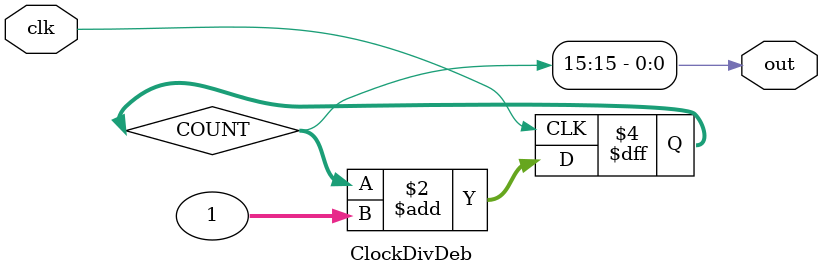
<source format=v>
`timescale 1ns / 1ps

module ClockDivDeb(
    input clk,
    output out
    );
    
        reg [31:0]COUNT = 32'b0;
        assign out = COUNT[15]; //15
        
        always@(posedge clk) begin
            COUNT = COUNT+1;
        end

    
endmodule

</source>
